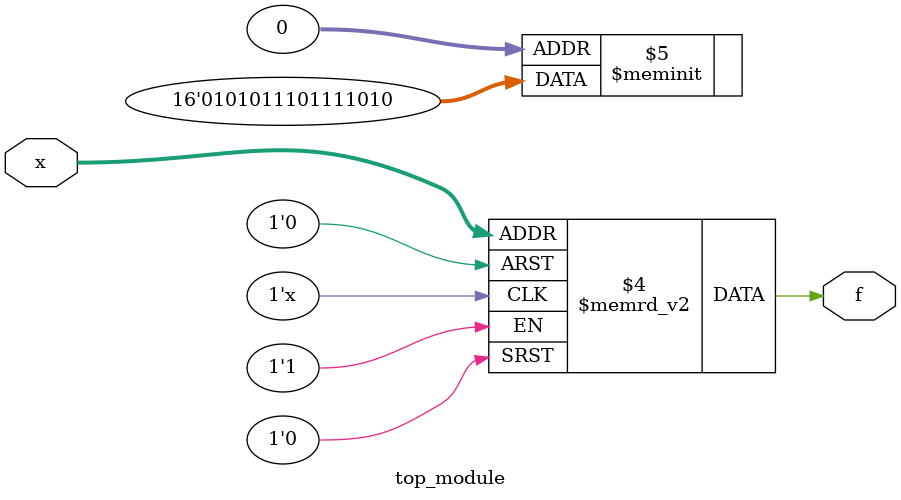
<source format=sv>
module top_module (
    input [4:1] x,
    output logic f
);

always_comb begin
    case (x)
        4'b0001, 4'b0011, 4'b0101, 4'b1001: f = 1'b1;
        4'b0100, 4'b0110, 4'b1000, 4'b1010, 4'b1100, 4'b1110: f = 1'b1; // Don't care conditions
        default: f = 1'b0;
    endcase
end

endmodule

</source>
